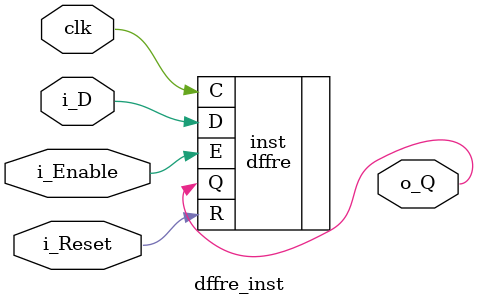
<source format=v>
`timescale 1ns / 1ps

module dffre_inst (
	input clk,
	input i_Reset,
	input i_Enable,
	input i_D,
	output o_Q 
	);

	dffre inst(
		.D(i_D),
		.R(i_Reset),
		.E(i_Enable),
		.C(clk),
		.Q(o_Q)
		);

endmodule
</source>
